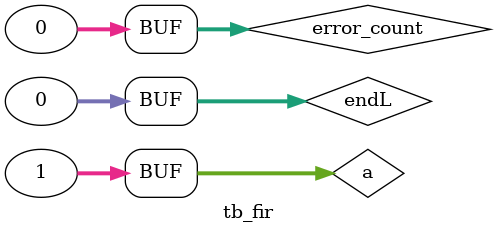
<source format=v>
/***********************************************************************
 * Test bench for the 8-order FIR  12 bit coefficients.
 **********************************************************************/


module tb_fir ();


   wire CLK_i;
   wire RST_n_i;
   wire signed [11:0] DIN_i;
   wire VIN_i;
   wire signed [11:0] H0_i;
   wire signed [11:0] H1_i;
   wire signed [11:0] H2_i;
   wire signed [11:0] H3_i;
   wire signed [11:0] H4_i;
   wire signed [11:0] H5_i;
   wire signed [11:0] H6_i;
   wire signed [11:0] H7_i;
   wire signed [11:0] H8_i;
   wire VOUT_i;
   wire signed [11:0] DOUT_i;
   
   integer error_count = 0;
   integer resC, res, a = 1;
   integer endL = 0;
   integer outfile0,outfile1; //file descriptors
   
	


   tb_fir_all DG(.CLK(CLK_i),
	             .RST_N(RST_n_i),
               .DIN(DIN_i),
               .VIN(VIN_i),
               .H0(H0_i),
               .H1(H1_i),
	 	           .H2(H2_i),
	 	           .H3(H3_i),
	 	           .H4(H4_i),
	 	           .H5(H5_i),
	 	           .H6(H6_i),
	 	           .H7(H7_i),
	 	           .H8(H8_i),
   	           .VOUT(VOUT_i),
	             .DOUT(DOUT_i));

   FIR_Filter UUT(.CLK(CLK_i),
	              .RST_n(RST_n_i),
                  .VIN(VIN_i),
	              .DIN(DIN_i), 
			      .B0(H0_i),
	              .B1(H1_i),
               	  .B2(H2_i),
                  .B3(H3_i),
                  .B4(H4_i),
                  .B5(H5_i),
                  .B6(H6_i),
                  .B7(H7_i),
                  .B8(H8_i),
                  .VOUT(VOUT_i),
                  .DOUT(DOUT_i));




	
		

endmodule




		   

</source>
